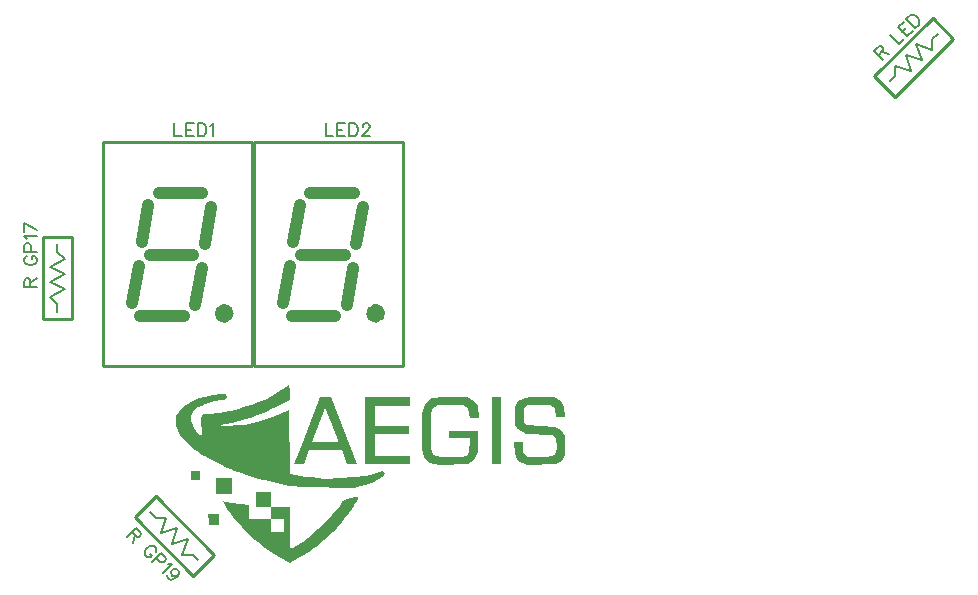
<source format=gto>
G04 Layer: TopSilkscreenLayer*
G04 EasyEDA v6.5.22, 2023-02-18 16:28:39*
G04 118ec262f11f47d2beab0417d1fdac3e,1e4d668faf9c44eeab1497739a8aa4b2,10*
G04 Gerber Generator version 0.2*
G04 Scale: 100 percent, Rotated: No, Reflected: No *
G04 Dimensions in millimeters *
G04 leading zeros omitted , absolute positions ,4 integer and 5 decimal *
%FSLAX45Y45*%
%MOMM*%

%ADD10C,0.1530*%
%ADD11C,0.1524*%
%ADD12C,0.1270*%
%ADD13C,0.2499*%
%ADD14C,1.0000*%
%ADD15C,0.2540*%
%ADD16C,0.0103*%

%LPD*%
G36*
X948182Y-1111910D02*
G01*
X918768Y-1128725D01*
X755700Y-1224280D01*
X663651Y-1261211D01*
X645363Y-1268272D01*
X626668Y-1275130D01*
X588518Y-1288186D01*
X556056Y-1298397D01*
X523290Y-1307896D01*
X490423Y-1316685D01*
X457809Y-1324610D01*
X432003Y-1330350D01*
X406654Y-1335481D01*
X381812Y-1340053D01*
X369671Y-1342085D01*
X345897Y-1345641D01*
X323037Y-1348486D01*
X301193Y-1350670D01*
X280466Y-1352042D01*
X261010Y-1352651D01*
X217474Y-1352753D01*
X198526Y-1388618D01*
X209905Y-1535938D01*
X201625Y-1535938D01*
X198780Y-1535582D01*
X195783Y-1534515D01*
X192532Y-1532788D01*
X189077Y-1530451D01*
X185521Y-1527606D01*
X181813Y-1524152D01*
X174091Y-1515922D01*
X166166Y-1506016D01*
X158191Y-1494840D01*
X150418Y-1482750D01*
X143052Y-1469948D01*
X136245Y-1456893D01*
X130200Y-1443888D01*
X125222Y-1431188D01*
X121361Y-1419250D01*
X119938Y-1413611D01*
X118922Y-1408277D01*
X118262Y-1403299D01*
X118059Y-1398676D01*
X118059Y-1368552D01*
X141681Y-1322374D01*
X177393Y-1298956D01*
X186639Y-1293520D01*
X196697Y-1288084D01*
X207517Y-1282801D01*
X218897Y-1277620D01*
X230835Y-1272590D01*
X243179Y-1267714D01*
X255778Y-1263091D01*
X268579Y-1258722D01*
X281482Y-1254607D01*
X294386Y-1250848D01*
X307136Y-1247444D01*
X319684Y-1244396D01*
X331876Y-1241806D01*
X343662Y-1239672D01*
X354838Y-1237996D01*
X365404Y-1236827D01*
X375259Y-1236268D01*
X404418Y-1236167D01*
X424738Y-1211427D01*
X415188Y-1186230D01*
X372313Y-1186434D01*
X364083Y-1186891D01*
X343306Y-1188923D01*
X318516Y-1192276D01*
X291592Y-1196644D01*
X264617Y-1201775D01*
X179832Y-1219809D01*
X114096Y-1252321D01*
X99415Y-1259890D01*
X86360Y-1266952D01*
X74777Y-1273657D01*
X64465Y-1280210D01*
X55219Y-1286764D01*
X46888Y-1293469D01*
X39166Y-1300480D01*
X31902Y-1307998D01*
X24942Y-1316126D01*
X18034Y-1325016D01*
X10972Y-1334871D01*
X-13817Y-1371752D01*
X-13411Y-1456842D01*
X18846Y-1528724D01*
X72491Y-1585163D01*
X85394Y-1598117D01*
X95504Y-1607769D01*
X113182Y-1623669D01*
X131876Y-1639417D01*
X151587Y-1654962D01*
X168046Y-1667256D01*
X185115Y-1679448D01*
X211836Y-1697380D01*
X235102Y-1712112D01*
X259283Y-1726590D01*
X289458Y-1743659D01*
X310286Y-1754835D01*
X342493Y-1771243D01*
X375869Y-1787245D01*
X404520Y-1800250D01*
X428040Y-1810461D01*
X451967Y-1820468D01*
X482600Y-1832660D01*
X513943Y-1844598D01*
X545998Y-1856130D01*
X578713Y-1867357D01*
X612089Y-1878228D01*
X639216Y-1886661D01*
X666800Y-1894839D01*
X694690Y-1902815D01*
X737311Y-1914296D01*
X780694Y-1925167D01*
X810056Y-1932127D01*
X847242Y-1940407D01*
X946150Y-1961794D01*
X1088898Y-1970024D01*
X1134872Y-1972056D01*
X1186535Y-1973884D01*
X1253896Y-1975662D01*
X1329842Y-1976780D01*
X1491945Y-1977186D01*
X1650492Y-1936546D01*
X1753565Y-1881428D01*
X1759356Y-1850136D01*
X1738884Y-1837334D01*
X1680108Y-1857654D01*
X1658112Y-1864258D01*
X1640027Y-1868881D01*
X1621180Y-1872996D01*
X1601114Y-1876653D01*
X1579473Y-1879904D01*
X1555902Y-1882800D01*
X1529994Y-1885340D01*
X1501343Y-1887677D01*
X1469593Y-1889810D01*
X1395171Y-1893620D01*
X1242771Y-1900377D01*
X1137666Y-1890623D01*
X1111453Y-1887829D01*
X1078179Y-1883918D01*
X1052931Y-1880666D01*
X1030427Y-1877517D01*
X1012037Y-1874621D01*
X954379Y-1864766D01*
X946150Y-1320749D01*
X870610Y-1353362D01*
X847852Y-1362760D01*
X825957Y-1371447D01*
X804468Y-1379524D01*
X777697Y-1388973D01*
X750316Y-1397863D01*
X727456Y-1404823D01*
X703376Y-1411732D01*
X677621Y-1418742D01*
X575360Y-1445209D01*
X361086Y-1452829D01*
X377596Y-1445006D01*
X381304Y-1443431D01*
X385622Y-1441907D01*
X395274Y-1439316D01*
X405384Y-1437436D01*
X420268Y-1436116D01*
X427786Y-1435049D01*
X437032Y-1433423D01*
X459993Y-1428648D01*
X487578Y-1422247D01*
X518159Y-1414627D01*
X550214Y-1406245D01*
X582117Y-1397406D01*
X612343Y-1388618D01*
X639267Y-1380286D01*
X661365Y-1372768D01*
X700430Y-1357325D01*
X721715Y-1348536D01*
X737616Y-1341628D01*
X753668Y-1334312D01*
X770940Y-1326083D01*
X795832Y-1313688D01*
X848258Y-1286662D01*
X950264Y-1233119D01*
X950214Y-1159967D01*
X949909Y-1138326D01*
X949350Y-1122019D01*
X948588Y-1113028D01*
G37*
G36*
X2265222Y-1206449D02*
G01*
X2244344Y-1206906D01*
X2236825Y-1207312D01*
X2231491Y-1207871D01*
X2179828Y-1215898D01*
X2152904Y-1220368D01*
X2095754Y-1271066D01*
X2070862Y-1355750D01*
X2070912Y-1648307D01*
X2088997Y-1714144D01*
X2141880Y-1767535D01*
X2213864Y-1787143D01*
X2465171Y-1781505D01*
X2511653Y-1747266D01*
X2548737Y-1673910D01*
X2548737Y-1494282D01*
X2301544Y-1494282D01*
X2301544Y-1560880D01*
X2474569Y-1560880D01*
X2474468Y-1606092D01*
X2473858Y-1618183D01*
X2472740Y-1630933D01*
X2471216Y-1643583D01*
X2469388Y-1655521D01*
X2467254Y-1665986D01*
X2457754Y-1700936D01*
X2406192Y-1719072D01*
X2231491Y-1719021D01*
X2168398Y-1701292D01*
X2144979Y-1644700D01*
X2145944Y-1356918D01*
X2165604Y-1299057D01*
X2206802Y-1278077D01*
X2421026Y-1278077D01*
X2462225Y-1299057D01*
X2476906Y-1386027D01*
X2551023Y-1386027D01*
X2541828Y-1283614D01*
X2526233Y-1261973D01*
X2522524Y-1257350D01*
X2517902Y-1252474D01*
X2512669Y-1247444D01*
X2506878Y-1242517D01*
X2500782Y-1237792D01*
X2494534Y-1233373D01*
X2488285Y-1229410D01*
X2482291Y-1226108D01*
X2453995Y-1211884D01*
X2330704Y-1207262D01*
X2299411Y-1206601D01*
G37*
G36*
X3059836Y-1207312D02*
G01*
X3033064Y-1207770D01*
X3008934Y-1208887D01*
X2998520Y-1209649D01*
X2940100Y-1216761D01*
X2886862Y-1244803D01*
X2857855Y-1298651D01*
X2857703Y-1443126D01*
X2874721Y-1466646D01*
X2878785Y-1471676D01*
X2883814Y-1476959D01*
X2889554Y-1482394D01*
X2895904Y-1487830D01*
X2902610Y-1493012D01*
X2909468Y-1497838D01*
X2916275Y-1502156D01*
X2922879Y-1505762D01*
X2954070Y-1521409D01*
X3184804Y-1533956D01*
X3210204Y-1559661D01*
X3218078Y-1642211D01*
X3198520Y-1702104D01*
X3130854Y-1720545D01*
X2959252Y-1714906D01*
X2927756Y-1675638D01*
X2927756Y-1594205D01*
X2848152Y-1594205D01*
X2855214Y-1689963D01*
X2882442Y-1748231D01*
X2956610Y-1786636D01*
X3203803Y-1781302D01*
X3257092Y-1752092D01*
X3286201Y-1698294D01*
X3286201Y-1537157D01*
X3269183Y-1513636D01*
X3265170Y-1508607D01*
X3260344Y-1503426D01*
X3254857Y-1498092D01*
X3248863Y-1492910D01*
X3242564Y-1487982D01*
X3236214Y-1483410D01*
X3229914Y-1479397D01*
X3223869Y-1476095D01*
X3195574Y-1462125D01*
X2959252Y-1446428D01*
X2931871Y-1418742D01*
X2931871Y-1311706D01*
X2961284Y-1281988D01*
X3159252Y-1276400D01*
X3197656Y-1301851D01*
X3208934Y-1377746D01*
X3284372Y-1377746D01*
X3274415Y-1292860D01*
X3244545Y-1240332D01*
X3187293Y-1212646D01*
X3106928Y-1208227D01*
X3080461Y-1207465D01*
G37*
G36*
X1205280Y-1211224D02*
G01*
X1061549Y-1594205D01*
X1142238Y-1594205D01*
X1250848Y-1303477D01*
X1256538Y-1310081D01*
X1260602Y-1318717D01*
X1267663Y-1335532D01*
X1277213Y-1359154D01*
X1301546Y-1421638D01*
X1328318Y-1492504D01*
X1349654Y-1550568D01*
X1361236Y-1583994D01*
X1362151Y-1587195D01*
X1362202Y-1594205D01*
X1061549Y-1594205D01*
X1013104Y-1722323D01*
X991362Y-1778254D01*
X1075893Y-1773224D01*
X1116888Y-1660804D01*
X1393342Y-1660804D01*
X1434338Y-1773224D01*
X1517142Y-1778203D01*
X1300429Y-1211275D01*
G37*
G36*
X1592935Y-1211224D02*
G01*
X1592935Y-1777339D01*
X1971954Y-1777339D01*
X1971954Y-1710740D01*
X1675333Y-1710740D01*
X1675333Y-1519275D01*
X1963724Y-1519275D01*
X1963724Y-1452676D01*
X1675333Y-1452676D01*
X1675333Y-1286154D01*
X1971954Y-1286154D01*
X1971954Y-1211224D01*
G37*
G36*
X2664104Y-1211224D02*
G01*
X2664104Y-1777339D01*
X2738272Y-1777339D01*
X2738272Y-1211224D01*
G37*
G36*
X118059Y-1835657D02*
G01*
X118059Y-1910588D01*
X192176Y-1910588D01*
X192176Y-1835657D01*
G37*
G36*
X324053Y-1893925D02*
G01*
X324053Y-2035454D01*
X464108Y-2035454D01*
X464108Y-1893925D01*
G37*
G36*
X670102Y-2010511D02*
G01*
X670102Y-2143709D01*
X793699Y-2143709D01*
X793699Y-2010511D01*
G37*
G36*
X1529080Y-2054656D02*
G01*
X1521053Y-2055368D01*
X1509623Y-2057349D01*
X1495755Y-2060295D01*
X1480210Y-2063953D01*
X1463903Y-2068169D01*
X1447647Y-2072741D01*
X1432306Y-2077313D01*
X1418742Y-2081733D01*
X1407769Y-2085797D01*
X1400352Y-2089251D01*
X1398168Y-2090674D01*
X1397203Y-2091842D01*
X1395069Y-2097379D01*
X1392224Y-2103475D01*
X1388668Y-2110079D01*
X1384452Y-2117090D01*
X1374140Y-2132482D01*
X1361490Y-2149348D01*
X1346708Y-2167585D01*
X1330045Y-2186940D01*
X1311706Y-2207209D01*
X1291996Y-2228189D01*
X1265631Y-2255062D01*
X1243482Y-2276906D01*
X1220673Y-2298750D01*
X1191514Y-2325776D01*
X1167942Y-2347010D01*
X1132738Y-2377541D01*
X1104036Y-2401366D01*
X1081786Y-2419146D01*
X1060399Y-2435504D01*
X1040180Y-2450236D01*
X1021283Y-2463190D01*
X1003960Y-2474061D01*
X988415Y-2482748D01*
X981405Y-2486152D01*
X974902Y-2488946D01*
X968959Y-2491079D01*
X963625Y-2492552D01*
X958951Y-2493264D01*
X950264Y-2493365D01*
X950264Y-2139543D01*
X793699Y-2145284D01*
X793699Y-2243632D01*
X900785Y-2243632D01*
X900785Y-2351836D01*
X793699Y-2351836D01*
X793699Y-2243632D01*
X604164Y-2243632D01*
X604164Y-2127808D01*
X545287Y-2119020D01*
X457911Y-2106371D01*
X426720Y-2101240D01*
X414782Y-2099056D01*
X406400Y-2097278D01*
X388772Y-2092248D01*
X403352Y-2120696D01*
X412699Y-2137613D01*
X423164Y-2154986D01*
X428751Y-2163775D01*
X443941Y-2186228D01*
X457200Y-2204516D01*
X471322Y-2223008D01*
X490220Y-2246426D01*
X506171Y-2265273D01*
X527151Y-2288946D01*
X549198Y-2312568D01*
X562864Y-2326741D01*
X581558Y-2345537D01*
X600760Y-2364130D01*
X625348Y-2387142D01*
X640384Y-2400706D01*
X660704Y-2418537D01*
X681329Y-2436012D01*
X707440Y-2457297D01*
X728472Y-2473756D01*
X744321Y-2485745D01*
X770737Y-2504998D01*
X791921Y-2519680D01*
X818286Y-2537053D01*
X839216Y-2550109D01*
X859942Y-2562402D01*
X875334Y-2570988D01*
X951331Y-2611882D01*
X1021283Y-2574848D01*
X1032002Y-2568956D01*
X1053338Y-2556764D01*
X1069289Y-2547264D01*
X1090472Y-2534107D01*
X1111453Y-2520391D01*
X1132332Y-2506218D01*
X1153007Y-2491587D01*
X1173429Y-2476449D01*
X1188669Y-2464816D01*
X1203706Y-2452928D01*
X1218641Y-2440787D01*
X1238300Y-2424277D01*
X1252829Y-2411628D01*
X1271981Y-2394407D01*
X1295450Y-2372410D01*
X1313840Y-2354427D01*
X1327353Y-2340711D01*
X1349451Y-2317445D01*
X1362405Y-2303322D01*
X1375105Y-2288997D01*
X1391666Y-2269693D01*
X1411681Y-2245156D01*
X1430985Y-2220315D01*
X1450848Y-2193340D01*
X1474774Y-2158949D01*
X1492351Y-2132380D01*
X1507693Y-2107895D01*
X1520088Y-2086762D01*
X1528775Y-2070100D01*
X1531518Y-2063851D01*
X1533093Y-2059127D01*
X1533398Y-2057400D01*
X1533347Y-2056130D01*
X1532991Y-2055368D01*
X1531620Y-2054809D01*
G37*
G36*
X256336Y-2201976D02*
G01*
X261366Y-2215134D01*
X263296Y-2222754D01*
X264871Y-2233828D01*
X265938Y-2246782D01*
X266344Y-2260193D01*
X266344Y-2292045D01*
X357022Y-2297734D01*
X356971Y-2201976D01*
G37*
D10*
X5900158Y1719841D02*
G01*
X5977209Y1642790D01*
X5900158Y1719841D02*
G01*
X5933206Y1752887D01*
X5947755Y1760253D01*
X5955299Y1760253D01*
X5966254Y1756481D01*
X5973617Y1749115D01*
X5977389Y1738160D01*
X5977209Y1730796D01*
X5969845Y1716247D01*
X5936797Y1683202D01*
X5962482Y1708884D02*
G01*
X6028575Y1694157D01*
X6032347Y1852030D02*
G01*
X6109398Y1774979D01*
X6109398Y1774979D02*
G01*
X6153581Y1819163D01*
X6100777Y1920458D02*
G01*
X6177828Y1843410D01*
X6100777Y1920458D02*
G01*
X6148552Y1968235D01*
X6137417Y1883818D02*
G01*
X6166693Y1913094D01*
X6177828Y1843410D02*
G01*
X6225603Y1891184D01*
X6172799Y1992480D02*
G01*
X6249850Y1915431D01*
X6172799Y1992480D02*
G01*
X6198483Y2018164D01*
X6213030Y2025528D01*
X6227759Y2025528D01*
X6238895Y2021936D01*
X6253622Y2014392D01*
X6271940Y1996074D01*
X6279306Y1981525D01*
X6282898Y1970389D01*
X6282898Y1955662D01*
X6275534Y1941113D01*
X6249850Y1915431D01*
X-350258Y-2318758D02*
G01*
X-427309Y-2395809D01*
X-350258Y-2318758D02*
G01*
X-317212Y-2351806D01*
X-309846Y-2366355D01*
X-309846Y-2373899D01*
X-313618Y-2384854D01*
X-320984Y-2392217D01*
X-331939Y-2395989D01*
X-339303Y-2395809D01*
X-353852Y-2388445D01*
X-386897Y-2355397D01*
X-361215Y-2381082D02*
G01*
X-375942Y-2447175D01*
X-181251Y-2524406D02*
G01*
X-177479Y-2513451D01*
X-177479Y-2498722D01*
X-181251Y-2487767D01*
X-195978Y-2473040D01*
X-206933Y-2469268D01*
X-221663Y-2469268D01*
X-232618Y-2473040D01*
X-247525Y-2480403D01*
X-265844Y-2498722D01*
X-273029Y-2513451D01*
X-276801Y-2524406D01*
X-276801Y-2539133D01*
X-273029Y-2550091D01*
X-258300Y-2564818D01*
X-247345Y-2568590D01*
X-232618Y-2568590D01*
X-221663Y-2564818D01*
X-210705Y-2553863D01*
X-229026Y-2535542D02*
G01*
X-210705Y-2553863D01*
X-138684Y-2530335D02*
G01*
X-215734Y-2607383D01*
X-138684Y-2530335D02*
G01*
X-105636Y-2563380D01*
X-98094Y-2578110D01*
X-98272Y-2585473D01*
X-101864Y-2596608D01*
X-112821Y-2607563D01*
X-123957Y-2611155D01*
X-131140Y-2611155D01*
X-146047Y-2603792D01*
X-179095Y-2570744D01*
X-77619Y-2620855D02*
G01*
X-66662Y-2624267D01*
X-44571Y-2624447D01*
X-121622Y-2701498D01*
X1767Y-2722153D02*
G01*
X-12961Y-2729336D01*
X-27688Y-2729336D01*
X-42415Y-2722153D01*
X-46007Y-2718559D01*
X-53373Y-2703652D01*
X-53373Y-2688925D01*
X-46007Y-2674376D01*
X-42415Y-2670784D01*
X-27688Y-2663240D01*
X-12961Y-2663240D01*
X1767Y-2670784D01*
X5359Y-2674376D01*
X12722Y-2688925D01*
X12722Y-2703652D01*
X1767Y-2722153D01*
X-16553Y-2740472D01*
X-38823Y-2755198D01*
X-57144Y-2758793D01*
X-71691Y-2751427D01*
X-79054Y-2744063D01*
X-86418Y-2729517D01*
X-82826Y-2718381D01*
X-1296415Y-279400D02*
G01*
X-1187450Y-279400D01*
X-1296415Y-279400D02*
G01*
X-1296415Y-232663D01*
X-1291336Y-217170D01*
X-1286002Y-211836D01*
X-1275587Y-206755D01*
X-1265173Y-206755D01*
X-1254760Y-211836D01*
X-1249679Y-217170D01*
X-1244600Y-232663D01*
X-1244600Y-279400D01*
X-1244600Y-243078D02*
G01*
X-1187450Y-206755D01*
X-1270507Y-14478D02*
G01*
X-1280921Y-19557D01*
X-1291336Y-29971D01*
X-1296415Y-40386D01*
X-1296415Y-61213D01*
X-1291336Y-71628D01*
X-1280921Y-82042D01*
X-1270507Y-87121D01*
X-1254760Y-92455D01*
X-1228852Y-92455D01*
X-1213357Y-87121D01*
X-1202944Y-82042D01*
X-1192529Y-71628D01*
X-1187450Y-61213D01*
X-1187450Y-40386D01*
X-1192529Y-29971D01*
X-1202944Y-19557D01*
X-1213357Y-14478D01*
X-1228852Y-14478D01*
X-1228852Y-40386D02*
G01*
X-1228852Y-14478D01*
X-1296415Y19812D02*
G01*
X-1187450Y19812D01*
X-1296415Y19812D02*
G01*
X-1296415Y66547D01*
X-1291336Y82295D01*
X-1286002Y87376D01*
X-1275587Y92710D01*
X-1260094Y92710D01*
X-1249679Y87376D01*
X-1244600Y82295D01*
X-1239265Y66547D01*
X-1239265Y19812D01*
X-1275587Y127000D02*
G01*
X-1280921Y137160D01*
X-1296415Y152907D01*
X-1187450Y152907D01*
X-1296415Y259842D02*
G01*
X-1187450Y208026D01*
X-1296415Y187197D02*
G01*
X-1296415Y259842D01*
D11*
X-25400Y1105915D02*
G01*
X-25400Y996950D01*
X-25400Y996950D02*
G01*
X36829Y996950D01*
X71120Y1105915D02*
G01*
X71120Y996950D01*
X71120Y1105915D02*
G01*
X138684Y1105915D01*
X71120Y1054100D02*
G01*
X112776Y1054100D01*
X71120Y996950D02*
G01*
X138684Y996950D01*
X172973Y1105915D02*
G01*
X172973Y996950D01*
X172973Y1105915D02*
G01*
X209550Y1105915D01*
X225044Y1100836D01*
X235457Y1090421D01*
X240537Y1080007D01*
X245871Y1064260D01*
X245871Y1038352D01*
X240537Y1022857D01*
X235457Y1012444D01*
X225044Y1002029D01*
X209550Y996950D01*
X172973Y996950D01*
X280162Y1085087D02*
G01*
X290576Y1090421D01*
X306070Y1105915D01*
X306070Y996950D01*
X1257300Y1105915D02*
G01*
X1257300Y996950D01*
X1257300Y996950D02*
G01*
X1319529Y996950D01*
X1353820Y1105915D02*
G01*
X1353820Y996950D01*
X1353820Y1105915D02*
G01*
X1421384Y1105915D01*
X1353820Y1054100D02*
G01*
X1395476Y1054100D01*
X1353820Y996950D02*
G01*
X1421384Y996950D01*
X1455673Y1105915D02*
G01*
X1455673Y996950D01*
X1455673Y1105915D02*
G01*
X1492250Y1105915D01*
X1507744Y1100836D01*
X1518157Y1090421D01*
X1523237Y1080007D01*
X1528571Y1064260D01*
X1528571Y1038352D01*
X1523237Y1022857D01*
X1518157Y1012444D01*
X1507744Y1002029D01*
X1492250Y996950D01*
X1455673Y996950D01*
X1567942Y1080007D02*
G01*
X1567942Y1085087D01*
X1573276Y1095502D01*
X1578355Y1100836D01*
X1588770Y1105915D01*
X1609597Y1105915D01*
X1620012Y1100836D01*
X1625092Y1095502D01*
X1630426Y1085087D01*
X1630426Y1074673D01*
X1625092Y1064260D01*
X1614678Y1048765D01*
X1562862Y996950D01*
X1635505Y996950D01*
D12*
X6033643Y1461643D02*
G01*
X6078545Y1506545D01*
X6078545Y1596346D01*
X6213248Y1551447D01*
X6168346Y1686151D01*
X6303053Y1641248D01*
X6258151Y1775952D01*
X6392854Y1731053D01*
X6392854Y1820854D01*
X6437756Y1865756D01*
D13*
X5899838Y1504604D02*
G01*
X6394795Y1999561D01*
X6571561Y1822795D01*
X6076604Y1327838D01*
X5899838Y1504604D01*
D12*
X176656Y-2589656D02*
G01*
X131754Y-2544754D01*
X41953Y-2544754D01*
X86852Y-2410051D01*
X-47851Y-2454953D01*
X-2948Y-2320246D01*
X-137652Y-2365148D01*
X-92753Y-2230445D01*
X-182554Y-2230445D01*
X-227456Y-2185543D01*
D13*
X133695Y-2723461D02*
G01*
X-361261Y-2228504D01*
X-184495Y-2051738D01*
X310461Y-2546695D01*
X133695Y-2723461D01*
D12*
X-1016000Y-488950D02*
G01*
X-1016000Y-425450D01*
X-1079500Y-361950D01*
X-952500Y-298450D01*
X-1079500Y-234950D01*
X-952500Y-171450D01*
X-1079500Y-107950D01*
X-952500Y-44450D01*
X-1016000Y19050D01*
X-1016000Y82550D01*
D13*
X-1140993Y-553186D02*
G01*
X-1140993Y146786D01*
X-891006Y146786D01*
X-891006Y-553186D01*
X-1140993Y-553186D01*
D14*
X-302961Y104665D02*
G01*
X-247081Y417093D01*
X210118Y516150D02*
G01*
X-155646Y516150D01*
X232976Y86893D02*
G01*
X288853Y399308D01*
X133918Y-4549D02*
G01*
X-231846Y-4549D01*
X52638Y-525249D02*
G01*
X-313123Y-525249D01*
X151696Y-433806D02*
G01*
X207576Y-121391D01*
X-384246Y-416034D02*
G01*
X-328361Y-103606D01*
D15*
X-629996Y950000D02*
G01*
X629998Y950000D01*
X629996Y950000D02*
G01*
X629996Y-949998D01*
X629996Y-950000D02*
G01*
X-629998Y-950000D01*
X-629996Y-950000D02*
G01*
X-629996Y949998D01*
D14*
X979738Y104665D02*
G01*
X1035618Y417093D01*
X1492818Y516150D02*
G01*
X1127053Y516150D01*
X1515676Y86893D02*
G01*
X1571553Y399308D01*
X1416618Y-4549D02*
G01*
X1050853Y-4549D01*
X1335338Y-525249D02*
G01*
X969576Y-525249D01*
X1434396Y-433806D02*
G01*
X1490276Y-121391D01*
X898453Y-416034D02*
G01*
X954338Y-103606D01*
D15*
X652703Y950000D02*
G01*
X1912698Y950000D01*
X1912696Y950000D02*
G01*
X1912696Y-949998D01*
X1912696Y-950000D02*
G01*
X652701Y-950000D01*
X652703Y-950000D02*
G01*
X652703Y949998D01*
D14*
G75*
G01*
X396301Y-472671D02*
G03*
X397063Y-472671I381J-29596D01*
G75*
G01*
X1679001Y-472671D02*
G03*
X1679763Y-472671I381J-29596D01*
M02*

</source>
